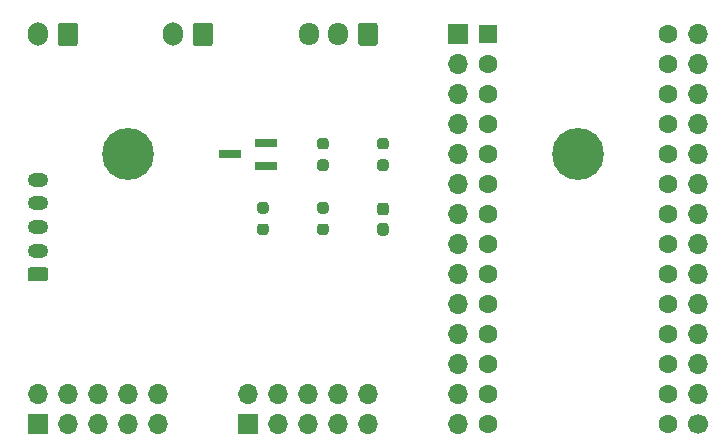
<source format=gbr>
%TF.GenerationSoftware,KiCad,Pcbnew,(5.1.10-1-10_14)*%
%TF.CreationDate,2021-08-23T22:51:27-07:00*%
%TF.ProjectId,town,746f776e-2e6b-4696-9361-645f70636258,rev?*%
%TF.SameCoordinates,Original*%
%TF.FileFunction,Soldermask,Top*%
%TF.FilePolarity,Negative*%
%FSLAX46Y46*%
G04 Gerber Fmt 4.6, Leading zero omitted, Abs format (unit mm)*
G04 Created by KiCad (PCBNEW (5.1.10-1-10_14)) date 2021-08-23 22:51:27*
%MOMM*%
%LPD*%
G01*
G04 APERTURE LIST*
%ADD10C,4.399999*%
%ADD11R,1.600000X1.600000*%
%ADD12C,1.600000*%
%ADD13O,1.700000X1.700000*%
%ADD14R,1.700000X1.700000*%
%ADD15R,1.900000X0.800000*%
%ADD16O,1.700000X2.000000*%
%ADD17O,1.700000X1.950000*%
%ADD18O,1.750000X1.200000*%
%ADD19C,1.700000*%
G04 APERTURE END LIST*
D10*
%TO.C,M2*%
X93980000Y-63500000D03*
%TD*%
%TO.C,M1*%
X55880000Y-63500000D03*
%TD*%
D11*
%TO.C,U1*%
X86360000Y-53340000D03*
D12*
X86360000Y-55880000D03*
X86360000Y-58420000D03*
X86360000Y-60960000D03*
X86360000Y-63500000D03*
X86360000Y-66040000D03*
X86360000Y-68580000D03*
X86360000Y-71120000D03*
X86360000Y-73660000D03*
X86360000Y-76200000D03*
X86360000Y-78740000D03*
X86360000Y-81280000D03*
X86360000Y-83820000D03*
X101600000Y-53340000D03*
X101600000Y-55880000D03*
X101600000Y-58420000D03*
X101600000Y-60960000D03*
X101600000Y-63500000D03*
X101600000Y-66040000D03*
X101600000Y-68580000D03*
X101600000Y-71120000D03*
X101600000Y-73660000D03*
X101600000Y-76200000D03*
X101600000Y-78740000D03*
X101600000Y-81280000D03*
X101600000Y-83820000D03*
X86360000Y-86360000D03*
X101600000Y-86360000D03*
%TD*%
D13*
%TO.C,EXP2*%
X76200000Y-83820000D03*
X76200000Y-86360000D03*
X73660000Y-83820000D03*
X73660000Y-86360000D03*
X71120000Y-83820000D03*
X71120000Y-86360000D03*
X68580000Y-83820000D03*
X68580000Y-86360000D03*
X66040000Y-83820000D03*
D14*
X66040000Y-86360000D03*
%TD*%
D13*
%TO.C,EXP1*%
X58420000Y-83820000D03*
X58420000Y-86360000D03*
X55880000Y-83820000D03*
X55880000Y-86360000D03*
X53340000Y-83820000D03*
X53340000Y-86360000D03*
X50800000Y-83820000D03*
X50800000Y-86360000D03*
X48260000Y-83820000D03*
D14*
X48260000Y-86360000D03*
%TD*%
D15*
%TO.C,Q1*%
X64540000Y-63500000D03*
X67540000Y-62550000D03*
X67540000Y-64450000D03*
%TD*%
%TO.C,R4*%
G36*
G01*
X77232500Y-63925000D02*
X77707500Y-63925000D01*
G75*
G02*
X77945000Y-64162500I0J-237500D01*
G01*
X77945000Y-64662500D01*
G75*
G02*
X77707500Y-64900000I-237500J0D01*
G01*
X77232500Y-64900000D01*
G75*
G02*
X76995000Y-64662500I0J237500D01*
G01*
X76995000Y-64162500D01*
G75*
G02*
X77232500Y-63925000I237500J0D01*
G01*
G37*
G36*
G01*
X77232500Y-62100000D02*
X77707500Y-62100000D01*
G75*
G02*
X77945000Y-62337500I0J-237500D01*
G01*
X77945000Y-62837500D01*
G75*
G02*
X77707500Y-63075000I-237500J0D01*
G01*
X77232500Y-63075000D01*
G75*
G02*
X76995000Y-62837500I0J237500D01*
G01*
X76995000Y-62337500D01*
G75*
G02*
X77232500Y-62100000I237500J0D01*
G01*
G37*
%TD*%
%TO.C,R3*%
G36*
G01*
X72627500Y-63075000D02*
X72152500Y-63075000D01*
G75*
G02*
X71915000Y-62837500I0J237500D01*
G01*
X71915000Y-62337500D01*
G75*
G02*
X72152500Y-62100000I237500J0D01*
G01*
X72627500Y-62100000D01*
G75*
G02*
X72865000Y-62337500I0J-237500D01*
G01*
X72865000Y-62837500D01*
G75*
G02*
X72627500Y-63075000I-237500J0D01*
G01*
G37*
G36*
G01*
X72627500Y-64900000D02*
X72152500Y-64900000D01*
G75*
G02*
X71915000Y-64662500I0J237500D01*
G01*
X71915000Y-64162500D01*
G75*
G02*
X72152500Y-63925000I237500J0D01*
G01*
X72627500Y-63925000D01*
G75*
G02*
X72865000Y-64162500I0J-237500D01*
G01*
X72865000Y-64662500D01*
G75*
G02*
X72627500Y-64900000I-237500J0D01*
G01*
G37*
%TD*%
%TO.C,R2*%
G36*
G01*
X72627500Y-68512500D02*
X72152500Y-68512500D01*
G75*
G02*
X71915000Y-68275000I0J237500D01*
G01*
X71915000Y-67775000D01*
G75*
G02*
X72152500Y-67537500I237500J0D01*
G01*
X72627500Y-67537500D01*
G75*
G02*
X72865000Y-67775000I0J-237500D01*
G01*
X72865000Y-68275000D01*
G75*
G02*
X72627500Y-68512500I-237500J0D01*
G01*
G37*
G36*
G01*
X72627500Y-70337500D02*
X72152500Y-70337500D01*
G75*
G02*
X71915000Y-70100000I0J237500D01*
G01*
X71915000Y-69600000D01*
G75*
G02*
X72152500Y-69362500I237500J0D01*
G01*
X72627500Y-69362500D01*
G75*
G02*
X72865000Y-69600000I0J-237500D01*
G01*
X72865000Y-70100000D01*
G75*
G02*
X72627500Y-70337500I-237500J0D01*
G01*
G37*
%TD*%
%TO.C,R1*%
G36*
G01*
X67072500Y-69362500D02*
X67547500Y-69362500D01*
G75*
G02*
X67785000Y-69600000I0J-237500D01*
G01*
X67785000Y-70100000D01*
G75*
G02*
X67547500Y-70337500I-237500J0D01*
G01*
X67072500Y-70337500D01*
G75*
G02*
X66835000Y-70100000I0J237500D01*
G01*
X66835000Y-69600000D01*
G75*
G02*
X67072500Y-69362500I237500J0D01*
G01*
G37*
G36*
G01*
X67072500Y-67537500D02*
X67547500Y-67537500D01*
G75*
G02*
X67785000Y-67775000I0J-237500D01*
G01*
X67785000Y-68275000D01*
G75*
G02*
X67547500Y-68512500I-237500J0D01*
G01*
X67072500Y-68512500D01*
G75*
G02*
X66835000Y-68275000I0J237500D01*
G01*
X66835000Y-67775000D01*
G75*
G02*
X67072500Y-67537500I237500J0D01*
G01*
G37*
%TD*%
D16*
%TO.C,J4*%
X48300000Y-53340000D03*
G36*
G01*
X51650000Y-52590000D02*
X51650000Y-54090000D01*
G75*
G02*
X51400000Y-54340000I-250000J0D01*
G01*
X50200000Y-54340000D01*
G75*
G02*
X49950000Y-54090000I0J250000D01*
G01*
X49950000Y-52590000D01*
G75*
G02*
X50200000Y-52340000I250000J0D01*
G01*
X51400000Y-52340000D01*
G75*
G02*
X51650000Y-52590000I0J-250000D01*
G01*
G37*
%TD*%
%TO.C,J3*%
X59730000Y-53340000D03*
G36*
G01*
X63080000Y-52590000D02*
X63080000Y-54090000D01*
G75*
G02*
X62830000Y-54340000I-250000J0D01*
G01*
X61630000Y-54340000D01*
G75*
G02*
X61380000Y-54090000I0J250000D01*
G01*
X61380000Y-52590000D01*
G75*
G02*
X61630000Y-52340000I250000J0D01*
G01*
X62830000Y-52340000D01*
G75*
G02*
X63080000Y-52590000I0J-250000D01*
G01*
G37*
%TD*%
D17*
%TO.C,J2*%
X71200000Y-53340000D03*
X73700000Y-53340000D03*
G36*
G01*
X77050000Y-52615000D02*
X77050000Y-54065000D01*
G75*
G02*
X76800000Y-54315000I-250000J0D01*
G01*
X75600000Y-54315000D01*
G75*
G02*
X75350000Y-54065000I0J250000D01*
G01*
X75350000Y-52615000D01*
G75*
G02*
X75600000Y-52365000I250000J0D01*
G01*
X76800000Y-52365000D01*
G75*
G02*
X77050000Y-52615000I0J-250000D01*
G01*
G37*
%TD*%
D18*
%TO.C,J1*%
X48260000Y-65660000D03*
X48260000Y-67660000D03*
X48260000Y-69660000D03*
X48260000Y-71660000D03*
G36*
G01*
X48885001Y-74260000D02*
X47634999Y-74260000D01*
G75*
G02*
X47385000Y-74010001I0J249999D01*
G01*
X47385000Y-73309999D01*
G75*
G02*
X47634999Y-73060000I249999J0D01*
G01*
X48885001Y-73060000D01*
G75*
G02*
X49135000Y-73309999I0J-249999D01*
G01*
X49135000Y-74010001D01*
G75*
G02*
X48885001Y-74260000I-249999J0D01*
G01*
G37*
%TD*%
D13*
%TO.C,H2*%
X104140000Y-53340000D03*
X104140000Y-55880000D03*
X104140000Y-58420000D03*
X104140000Y-60960000D03*
X104140000Y-63500000D03*
X104140000Y-66040000D03*
X104140000Y-68580000D03*
X104140000Y-71120000D03*
X104140000Y-73660000D03*
X104140000Y-76200000D03*
X104140000Y-78740000D03*
X104140000Y-81280000D03*
X104140000Y-83820000D03*
D19*
X104140000Y-86360000D03*
%TD*%
D13*
%TO.C,H1*%
X83820000Y-86360000D03*
X83820000Y-83820000D03*
X83820000Y-81280000D03*
X83820000Y-78740000D03*
X83820000Y-76200000D03*
X83820000Y-73660000D03*
X83820000Y-71120000D03*
X83820000Y-68580000D03*
X83820000Y-66040000D03*
X83820000Y-63500000D03*
X83820000Y-60960000D03*
X83820000Y-58420000D03*
X83820000Y-55880000D03*
D14*
X83820000Y-53340000D03*
%TD*%
%TO.C,C1*%
G36*
G01*
X77707500Y-68662500D02*
X77232500Y-68662500D01*
G75*
G02*
X76995000Y-68425000I0J237500D01*
G01*
X76995000Y-67825000D01*
G75*
G02*
X77232500Y-67587500I237500J0D01*
G01*
X77707500Y-67587500D01*
G75*
G02*
X77945000Y-67825000I0J-237500D01*
G01*
X77945000Y-68425000D01*
G75*
G02*
X77707500Y-68662500I-237500J0D01*
G01*
G37*
G36*
G01*
X77707500Y-70387500D02*
X77232500Y-70387500D01*
G75*
G02*
X76995000Y-70150000I0J237500D01*
G01*
X76995000Y-69550000D01*
G75*
G02*
X77232500Y-69312500I237500J0D01*
G01*
X77707500Y-69312500D01*
G75*
G02*
X77945000Y-69550000I0J-237500D01*
G01*
X77945000Y-70150000D01*
G75*
G02*
X77707500Y-70387500I-237500J0D01*
G01*
G37*
%TD*%
M02*

</source>
